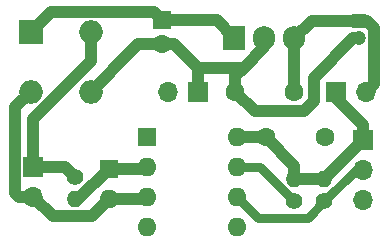
<source format=gbr>
%TF.GenerationSoftware,KiCad,Pcbnew,(6.0.0)*%
%TF.CreationDate,2022-03-04T17:55:49+13:00*%
%TF.ProjectId,DCC_PCB,4443435f-5043-4422-9e6b-696361645f70,rev?*%
%TF.SameCoordinates,Original*%
%TF.FileFunction,Copper,L1,Top*%
%TF.FilePolarity,Positive*%
%FSLAX46Y46*%
G04 Gerber Fmt 4.6, Leading zero omitted, Abs format (unit mm)*
G04 Created by KiCad (PCBNEW (6.0.0)) date 2022-03-04 17:55:49*
%MOMM*%
%LPD*%
G01*
G04 APERTURE LIST*
%TA.AperFunction,ComponentPad*%
%ADD10C,1.400000*%
%TD*%
%TA.AperFunction,ComponentPad*%
%ADD11O,1.400000X1.400000*%
%TD*%
%TA.AperFunction,ComponentPad*%
%ADD12R,1.200000X1.200000*%
%TD*%
%TA.AperFunction,ComponentPad*%
%ADD13C,1.200000*%
%TD*%
%TA.AperFunction,ComponentPad*%
%ADD14C,1.600000*%
%TD*%
%TA.AperFunction,ComponentPad*%
%ADD15R,1.600000X1.600000*%
%TD*%
%TA.AperFunction,ComponentPad*%
%ADD16O,1.600000X1.600000*%
%TD*%
%TA.AperFunction,ComponentPad*%
%ADD17R,1.700000X1.700000*%
%TD*%
%TA.AperFunction,ComponentPad*%
%ADD18O,1.700000X1.700000*%
%TD*%
%TA.AperFunction,ComponentPad*%
%ADD19R,1.905000X2.000000*%
%TD*%
%TA.AperFunction,ComponentPad*%
%ADD20O,1.905000X2.000000*%
%TD*%
%TA.AperFunction,ComponentPad*%
%ADD21R,2.000000X2.000000*%
%TD*%
%TA.AperFunction,ComponentPad*%
%ADD22O,2.000000X2.000000*%
%TD*%
%TA.AperFunction,Conductor*%
%ADD23C,1.000000*%
%TD*%
%TA.AperFunction,Conductor*%
%ADD24C,0.800000*%
%TD*%
G04 APERTURE END LIST*
D10*
%TO.P,R2,1*%
%TO.N,Net-(R2-Pad1)*%
X166116000Y-108855000D03*
D11*
%TO.P,R2,2*%
%TO.N,+5V*%
X166116000Y-106955000D03*
%TD*%
D12*
%TO.P,C2,1*%
%TO.N,Net-(C2-Pad1)*%
X171580000Y-93554401D03*
D13*
%TO.P,C2,2*%
%TO.N,Net-(C1-Pad2)*%
X171580000Y-95054401D03*
%TD*%
D14*
%TO.P,C3,1*%
%TO.N,Net-(C2-Pad1)*%
X166116000Y-99568000D03*
%TO.P,C3,2*%
%TO.N,Net-(C1-Pad2)*%
X161116000Y-99568000D03*
%TD*%
D15*
%TO.P,U2,1,NC*%
%TO.N,unconnected-(U2-Pad1)*%
X153670000Y-103388000D03*
D16*
%TO.P,U2,2,A*%
%TO.N,Net-(D2-Pad1)*%
X153670000Y-105928000D03*
%TO.P,U2,3,C*%
%TO.N,TRACK_B*%
X153670000Y-108468000D03*
%TO.P,U2,4*%
%TO.N,N/C*%
X153670000Y-111008000D03*
%TO.P,U2,5,GND*%
%TO.N,GND*%
X161290000Y-111008000D03*
%TO.P,U2,6,VO*%
%TO.N,DCC_DATA*%
X161290000Y-108468000D03*
%TO.P,U2,7,EN*%
%TO.N,Net-(R2-Pad1)*%
X161290000Y-105928000D03*
%TO.P,U2,8,VCC*%
%TO.N,+5V*%
X161290000Y-103388000D03*
%TD*%
D17*
%TO.P,J3,1,Pin_1*%
%TO.N,+5V*%
X171958000Y-103632000D03*
D18*
%TO.P,J3,2,Pin_2*%
%TO.N,DCC_DATA*%
X171958000Y-106172000D03*
%TO.P,J3,3,Pin_3*%
%TO.N,GND*%
X171958000Y-108712000D03*
%TD*%
D14*
%TO.P,C4,1*%
%TO.N,+5V*%
X163720000Y-103438000D03*
%TO.P,C4,2*%
%TO.N,GND*%
X168720000Y-103438000D03*
%TD*%
D15*
%TO.P,D2,1,K*%
%TO.N,Net-(D2-Pad1)*%
X150390000Y-106094686D03*
D16*
%TO.P,D2,2,A*%
%TO.N,TRACK_B*%
X150390000Y-108634686D03*
%TD*%
D19*
%TO.P,U1,1,VI*%
%TO.N,Net-(C1-Pad1)*%
X161036000Y-94996000D03*
D20*
%TO.P,U1,2,GND*%
%TO.N,Net-(C1-Pad2)*%
X163576000Y-94996000D03*
%TO.P,U1,3,VO*%
%TO.N,Net-(C2-Pad1)*%
X166116000Y-94996000D03*
%TD*%
D10*
%TO.P,R1,1*%
%TO.N,TRACK_A*%
X147574000Y-106791000D03*
D11*
%TO.P,R1,2*%
%TO.N,Net-(D2-Pad1)*%
X147574000Y-108691000D03*
%TD*%
D17*
%TO.P,J4,1,Pin_1*%
%TO.N,+5V*%
X169672000Y-99568000D03*
D18*
%TO.P,J4,2,Pin_2*%
%TO.N,Net-(C2-Pad1)*%
X172212000Y-99568000D03*
%TD*%
D10*
%TO.P,R3,1*%
%TO.N,DCC_DATA*%
X168656000Y-108855000D03*
D11*
%TO.P,R3,2*%
%TO.N,+5V*%
X168656000Y-106955000D03*
%TD*%
D21*
%TO.P,D1,1,+*%
%TO.N,Net-(C1-Pad1)*%
X143787000Y-94483000D03*
D22*
%TO.P,D1,2*%
%TO.N,TRACK_B*%
X143787000Y-99563000D03*
%TO.P,D1,3,-*%
%TO.N,Net-(C1-Pad2)*%
X148867000Y-99563000D03*
%TO.P,D1,4*%
%TO.N,TRACK_A*%
X148867000Y-94483000D03*
%TD*%
D15*
%TO.P,C1,1*%
%TO.N,Net-(C1-Pad1)*%
X154940000Y-93532888D03*
D14*
%TO.P,C1,2*%
%TO.N,Net-(C1-Pad2)*%
X154940000Y-95532888D03*
%TD*%
D17*
%TO.P,J2,1,Pin_1*%
%TO.N,Net-(C1-Pad2)*%
X157988000Y-99568000D03*
D18*
%TO.P,J2,2,Pin_2*%
%TO.N,GND*%
X155448000Y-99568000D03*
%TD*%
D17*
%TO.P,J1,1,Pin_1*%
%TO.N,TRACK_A*%
X144018000Y-105918000D03*
D18*
%TO.P,J1,2,Pin_2*%
%TO.N,TRACK_B*%
X144018000Y-108458000D03*
%TD*%
D23*
%TO.N,Net-(C1-Pad1)*%
X159572888Y-93532888D02*
X161036000Y-94996000D01*
X143787000Y-94483000D02*
X145486511Y-92783489D01*
X154940000Y-93532888D02*
X159572888Y-93532888D01*
X154190601Y-92783489D02*
X154940000Y-93532888D01*
X145486511Y-92783489D02*
X154190601Y-92783489D01*
%TO.N,Net-(C1-Pad2)*%
X157988000Y-97536000D02*
X161847522Y-97536000D01*
X148867000Y-99563000D02*
X152400000Y-96030000D01*
X152400000Y-96030000D02*
X152400000Y-96012000D01*
X154940000Y-95532888D02*
X154968888Y-95504000D01*
X161847522Y-97536000D02*
X161116000Y-98267522D01*
X167767000Y-98373978D02*
X171086577Y-95054401D01*
X155956000Y-95504000D02*
X157988000Y-97536000D01*
X161847522Y-97536000D02*
X163576000Y-95807522D01*
X152400000Y-96012000D02*
X152879112Y-95532888D01*
X157988000Y-97536000D02*
X157988000Y-99568000D01*
X161116000Y-98267522D02*
X161116000Y-99568000D01*
X167767000Y-100374315D02*
X167767000Y-98373978D01*
X163576000Y-95807522D02*
X163576000Y-94996000D01*
X162767000Y-101219000D02*
X166922315Y-101219000D01*
X161116000Y-99568000D02*
X162767000Y-101219000D01*
X171086577Y-95054401D02*
X171580000Y-95054401D01*
X152879112Y-95532888D02*
X154940000Y-95532888D01*
X154968888Y-95504000D02*
X155956000Y-95504000D01*
X166922315Y-101219000D02*
X167767000Y-100374315D01*
%TO.N,+5V*%
X166116000Y-105834000D02*
X163720000Y-103438000D01*
X171958000Y-102362000D02*
X169672000Y-100076000D01*
X171958000Y-103632000D02*
X171958000Y-102362000D01*
X161290000Y-103388000D02*
X163670000Y-103388000D01*
X168656000Y-106955000D02*
X166116000Y-106955000D01*
X163670000Y-103388000D02*
X163720000Y-103438000D01*
X171958000Y-103653000D02*
X168656000Y-106955000D01*
X171958000Y-103632000D02*
X171958000Y-103653000D01*
X166116000Y-106955000D02*
X166116000Y-105834000D01*
X169672000Y-100076000D02*
X169672000Y-99568000D01*
%TO.N,TRACK_A*%
X146701000Y-105918000D02*
X147574000Y-106791000D01*
X148867000Y-97005000D02*
X148867000Y-94483000D01*
X144018000Y-101854000D02*
X148867000Y-97005000D01*
X144018000Y-105918000D02*
X144018000Y-101854000D01*
X144018000Y-105918000D02*
X146701000Y-105918000D01*
%TO.N,TRACK_B*%
X142468489Y-100881511D02*
X143787000Y-99563000D01*
X150390000Y-108634686D02*
X153503314Y-108634686D01*
X145650511Y-110090511D02*
X148934175Y-110090511D01*
X148934175Y-110090511D02*
X150390000Y-108634686D01*
X153503314Y-108634686D02*
X153670000Y-108468000D01*
X142468489Y-108110570D02*
X142468489Y-100881511D01*
X142815919Y-108458000D02*
X142468489Y-108110570D01*
X144018000Y-108458000D02*
X142815919Y-108458000D01*
X144018000Y-108458000D02*
X145650511Y-110090511D01*
%TO.N,Net-(D2-Pad1)*%
X153503314Y-106094686D02*
X153670000Y-105928000D01*
X147793686Y-108691000D02*
X150390000Y-106094686D01*
X147574000Y-108691000D02*
X147793686Y-108691000D01*
X150390000Y-106094686D02*
X153503314Y-106094686D01*
D24*
%TO.N,DCC_DATA*%
X163058000Y-110236000D02*
X161290000Y-108468000D01*
X168656000Y-108855000D02*
X167275000Y-110236000D01*
X167275000Y-110236000D02*
X163058000Y-110236000D01*
X171958000Y-106172000D02*
X171339000Y-106172000D01*
X171339000Y-106172000D02*
X168656000Y-108855000D01*
%TO.N,Net-(R2-Pad1)*%
X161290000Y-105928000D02*
X163189000Y-105928000D01*
X163189000Y-105928000D02*
X166116000Y-108855000D01*
D23*
%TO.N,Net-(C2-Pad1)*%
X166116000Y-94996000D02*
X167557599Y-93554401D01*
X172879511Y-94139511D02*
X172294401Y-93554401D01*
X166116000Y-94996000D02*
X166116000Y-99568000D01*
X172879511Y-98900489D02*
X172212000Y-99568000D01*
X172879511Y-94139511D02*
X172879511Y-98900489D01*
X172294401Y-93554401D02*
X171580000Y-93554401D01*
X167557599Y-93554401D02*
X171580000Y-93554401D01*
%TD*%
M02*

</source>
